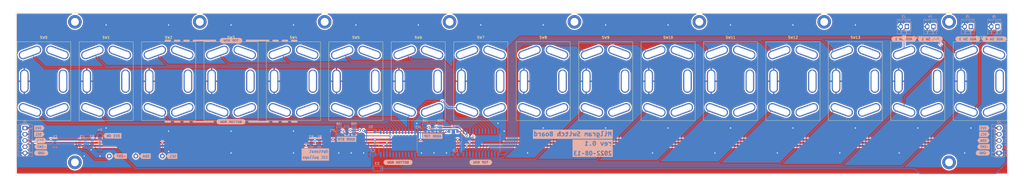
<source format=kicad_pcb>
(kicad_pcb (version 20211014) (generator pcbnew)
  (title_block (title "Switch Breakout Board") (date "2022-08-13") (rev "0.1") (comment 2 "I2C Switch Drivers") (comment 3 "Obedience project") (comment 4 "Drawn by: Jordan Aceto"))
  (layers (0 "F.Cu" signal) (31 "B.Cu" signal) (34 "B.Paste" user) (35 "F.Paste" user) (36 "B.SilkS" user "B.Silkscreen") (37 "F.SilkS" user "F.Silkscreen") (38 "B.Mask" user) (39 "F.Mask" user) (44 "Edge.Cuts" user))
  (net 0 "")
  (net 1 "+3.3V")
  (net 2 "GND")
  (net 3 "Net-(D1-Pad1)")
  (net 4 "Net-(D2-Pad1)")
  (net 5 "/~{INT THRU}")
  (net 6 "Net-(D4-Pad1)")
  (net 7 "/SCL")
  (net 8 "/SDA")
  (net 9 "/~{INT (OR)}")
  (net 10 "/SW_BTM_0")
  (net 11 "/SW_TOP_0")
  (net 12 "/SW_BTM_1")
  (net 13 "/SW_TOP_1")
  (net 14 "/SW_BTM_2")
  (net 15 "/SW_TOP_2")
  (net 16 "/SW_BTM_3")
  (net 17 "/SW_TOP_3")
  (net 18 "/SW_BTM_4")
  (net 19 "/SW_TOP_4")
  (net 20 "/SW_BTM_5")
  (net 21 "/SW_TOP_5")
  (net 22 "/SW_BTM_6")
  (net 23 "/SW_TOP_6")
  (net 24 "/SW_BTM_7")
  (net 25 "/SW_TOP_7")
  (net 26 "/SW_BTM_8")
  (net 27 "/SW_TOP_8")
  (net 28 "/SW_BTM_9")
  (net 29 "/SW_TOP_9")
  (net 30 "/SW_BTM_10")
  (net 31 "/SW_TOP_10")
  (net 32 "/SW_BTM_11")
  (net 33 "/SW_TOP_11")
  (net 34 "/SW_BTM_12")
  (net 35 "/SW_TOP_12")
  (net 36 "/SW_BTM_13")
  (net 37 "/SW_TOP_13")
  (net 39 "Net-(D1-Pad2)")
  (net 40 "/SW_BTM_14")
  (net 41 "/SW_TOP_14")
  (net 42 "/SW_BTM_15")
  (net 43 "/SW_TOP_15")
  (net 44 "/BTM_A0")
  (net 45 "/BTM_A1")
  (net 46 "/BTM_A2")
  (net 47 "/TOP_A0")
  (net 48 "/TOP_A1")
  (net 49 "/TOP_A2")
  (footprint "custom_footprints:orange_DPDT" (layer "F.Cu") (at 254 127)
    (fp_text reference "SW9")
    (fp_text value "SW_DPDT_CO")
  )
  (footprint "custom_footprints:orange_DPDT" (layer "F.Cu") (at 381 127)
    (fp_text reference "SW14")
    (fp_text value "SW_DPDT_CO")
  )
  (footprint "custom_footprints:orange_DPDT" (layer "F.Cu") (at 177.8 127)
    (fp_text reference "SW6")
    (fp_text value "SW_DPDT_CO")
  )
  (footprint "custom_footprints:orange_DPDT" (layer "F.Cu") (at 50.8 127)
    (fp_text reference "SW1")
    (fp_text value "SW_DPDT_CO")
  )
  (footprint "custom_footprints:orange_DPDT" (layer "F.Cu") (at 406.4 127)
    (fp_text reference "SW15")
    (fp_text value "SW_DPDT_CO")
  )
  (footprint "custom_footprints:orange_DPDT" (layer "F.Cu") (at 101.6 127)
    (fp_text reference "SW3")
    (fp_text value "SW_DPDT_CO")
  )
  (footprint "" (layer "F.Cu") (at 292.1 102.87)
    (fp_text reference "5" hide)
    (fp_text value "")
  )
  (footprint "MountingHole:MountingHole_3.2mm_M3_DIN965_Pad" (layer "F.Cu") (at 38.1 160.02)
    (fp_text reference "REF**" hide)
    (fp_text value "MountingHole_3.2mm_M3_DIN965_Pad")
  )
  (footprint "" (layer "F.Cu") (at 88.9 102.87)
    (fp_text reference "1" hide)
    (fp_text value "")
  )
  (footprint "" (layer "F.Cu") (at 38.1 102.87)
    (fp_text reference "")
    (fp_text value "")
  )
  (footprint "custom_footprints:orange_DPDT" (layer "F.Cu") (at 25.4 127)
    (fp_text reference "SW0")
    (fp_text value "SW_DPDT_CO")
  )
  (footprint "custom_footprints:orange_DPDT" (layer "F.Cu") (at 228.6 127)
    (fp_text reference "SW8")
    (fp_text value "SW_DPDT_CO")
  )
  (footprint "custom_footprints:orange_DPDT" (layer "F.Cu") (at 127 127)
    (fp_text reference "SW4")
    (fp_text value "SW_DPDT_CO")
  )
  (footprint "custom_footprints:orange_DPDT" (layer "F.Cu") (at 330.2 127)
    (fp_text reference "SW12")
    (fp_text value "SW_DPDT_CO")
  )
  (footprint "" (layer "F.Cu") (at 139.7 102.87)
    (fp_text reference "2" hide)
    (fp_text value "")
  )
  (footprint "custom_footprints:orange_DPDT" (layer "F.Cu") (at 279.4 127)
    (fp_text reference "SW10")
    (fp_text value "SW_DPDT_CO")
  )
  (footprint "custom_footprints:orange_DPDT" (layer "F.Cu") (at 152.4 127)
    (fp_text reference "SW5")
    (fp_text value "SW_DPDT_CO")
  )
  (footprint "custom_footprints:orange_DPDT" (layer "F.Cu") (at 304.8 127)
    (fp_text reference "SW11")
    (fp_text value "SW_DPDT_CO")
  )
  (footprint "custom_footprints:orange_DPDT" (layer "F.Cu") (at 203.2 127)
    (fp_text reference "SW7")
    (fp_text value "SW_DPDT_CO")
  )
  (footprint "" (layer "F.Cu") (at 342.9 102.87)
    (fp_text reference "6" hide)
    (fp_text value "")
  )
  (footprint "custom_footprints:orange_DPDT" (layer "F.Cu") (at 76.2 127)
    (fp_text reference "SW2")
    (fp_text value "SW_DPDT_CO")
  )
  (footprint "custom_footprints:orange_DPDT" (layer "F.Cu") (at 355.6 127)
    (fp_text reference "SW13")
    (fp_text value "SW_DPDT_CO")
  )
  (footprint "" (layer "F.Cu") (at 241.3 102.87)
    (fp_text reference "4" hide)
    (fp_text value "")
  )
  (footprint "" (layer "F.Cu") (at 393.7 102.87)
    (fp_text reference "7" hide)
    (fp_text value "")
  )
  (footprint "" (layer "F.Cu") (at 190.5 102.87)
    (fp_text reference "3" hide)
    (fp_text value "")
  )
  (footprint "" (layer "F.Cu") (at 393.7 160.02)
    (fp_text reference "")
    (fp_text value "")
  )
  (footprint "Connector_Molex:Molex_KK-254_AE-6410-02A_1x02_P2.54mm_Vertical" (layer "B.Cu") (at 402.59 104.795 180)
    (fp_text reference "J5")
    (fp_text value "aux_switch_3")
  )
  (footprint "kibuzzard-62E2A96C" (layer "B.Cu") (at 56.515 157.48 180)
    (fp_text reference "kibuzzard-62E2A96C" hide)
    (fp_text value "G***" hide)
  )
  (footprint "Connector_Molex:Molex_KK-254_AE-6410-05A_1x05_P2.54mm_Vertical" (layer "B.Cu") (at 17.78 146.05 -90)
    (fp_text reference "J1")
    (fp_text value "i2c_ctl_port")
  )
  (footprint "Resistor_SMD:R_0805_2012Metric" (layer "B.Cu") (at 134.239 151.892 -90)
    (fp_text reference "R2")
    (fp_text value "opt")
  )
  (footprint "TestPoint:TestPoint_Keystone_5000-5004_Miniature" (layer "B.Cu") (at 62.865 157.48 180)
    (fp_text reference "TP2" hide)
    (fp_text value "SDA")
  )
  (footprint "Capacitor_SMD:C_0805_2012Metric" (layer "B.Cu") (at 159.2326 156.845 180)
    (fp_text reference "C2")
    (fp_text value "100n")
  )
  (footprint "Package_SO:SOIC-24W_7.5x15.4mm_P1.27mm" (layer "B.Cu") (at 203.2 152.146 -90)
    (fp_text reference "U2")
    (fp_text value "PCA9555D")
  )
  (footprint "kibuzzard-62F7F1AD" (layer "B.Cu") (at 412.115 109.855 180)
    (fp_text reference "kibuzzard-62F7F1AD" hide)
    (fp_text value "G***" hide)
  )
  (footprint "kibuzzard-62F7F17D" (layer "B.Cu") (at 386.08 109.855 180)
    (fp_text reference "kibuzzard-62F7F17D" hide)
    (fp_text value "G***" hide)
  )
  (footprint "kibuzzard-62CDA3D5" (layer "B.Cu") (at 24.003 151.13 180)
    (fp_text reference "kibuzzard-62CDA3D5" hide)
    (fp_text value "G***" hide)
  )
  (footprint "Package_SO:SOIC-24W_7.5x15.4mm_P1.27mm" (layer "B.Cu") (at 169.4688 152.146 -90)
    (fp_text reference "U1")
    (fp_text value "PCA9555D")
  )
  (footprint "kibuzzard-62CDB376" (layer "B.Cu") (at 101.6 143.51 180)
    (fp_text reference "kibuzzard-62CDB376" hide)
    (fp_text value "G***" hide)
  )
  (footprint "LED_SMD:LED_0805_2012Metric" (layer "B.Cu") (at 48.26 149.1215 90)
    (fp_text reference "D4")
    (fp_text value "LED")
  )
  (footprint "kibuzzard-62CDB34A" (layer "B.Cu") (at 101.6 110.49 180)
    (fp_text reference "kibuzzard-62CDB34A" hide)
    (fp_text value "G***" hide)
  )
  (footprint "Connector_Molex:Molex_KK-254_AE-6410-02A_1x02_P2.54mm_Vertical" (layer "B.Cu") (at 387.35 104.795 180)
    (fp_text reference "J4")
    (fp_text value "aux_switch_2")
  )
  (footprint "Connector_Molex:Molex_KK-254_AE-6410-05A_1x05_P2.54mm_Vertical" (layer "B.Cu") (at 414.02 156.21 90)
    (fp_text reference "J2")
    (fp_text value "i2c_ctl_thru")
  )
  (footprint "Resistor_SMD:R_0805_2012Metric" (layer "B.Cu") (at 45.085 151.765 -90)
    (fp_text reference "R3")
    (fp_text value "10k")
  )
  (footprint "Diode_SMD:D_SOD-123" (layer "B.Cu") (at 161.036 162.56 180)
    (fp_text reference "D3")
    (fp_text value "1N4148W")
  )
  (footprint "Capacitor_SMD:C_0805_2012Metric" (layer "B.Cu") (at 192.8622 156.8704 180)
    (fp_text reference "C3")
    (fp_text value "100n")
  )
  (footprint "TestPoint:TestPoint_Keystone_5000-5004_Miniature" (layer "B.Cu") (at 52.07 157.48 180)
    (fp_text reference "TP3" hide)
    (fp_text value "~{INT}")
  )
  (footprint "kibuzzard-62CDA40B" (layer "B.Cu") (at 407.416 156.21 180)
    (fp_text reference "kibuzzard-62CDA40B" hide)
    (fp_text value "G***" hide)
  )
  (footprint "kibuzzard-62CDA3FA" (layer "B.Cu") (at 407.67 153.67 180)
    (fp_text reference "kibuzzard-62CDA3FA" hide)
    (fp_text value "G***" hide)
  )
  (footprint "kibuzzard-62F7F16A" (layer "B.Cu") (at 375.285 109.855 180)
    (fp_text reference "kibuzzard-62F7F16A" hide)
    (fp_text value "G***" hide)
  )
  (footprint "Package_TO_SOT_SMD:SOT-23-5" (layer "B.Cu") (at 41.148 151.9155 180)
    (fp_text reference "U3")
    (fp_text value "SN74LV1T34DBV")
  )
  (footprint "kibuzzard-62CDB476" (layer "B.Cu") (at 183.642 149.352 180)
    (fp_text reference "kibuzzard-62CDB476" hide)
    (fp_text value "G***" hide)
  )
  (footprint "Resistor_SMD:R_0805_2012Metric" (layer "B.Cu") (at 137.541 151.892 -90)
    (fp_text reference "R1")
    (fp_text value "opt")
  )
  (footprint "kibuzzard-62F7BFC3" (layer "B.Cu") (at 248.7168 154.2796 180)
    (fp_text reference "kibuzzard-62F7BFC3" hide)
    (fp_text value "G***" hide)
  )
  (footprint "Capacitor_SMD:C_0805_2012Metric" (layer "B.Cu") (at 29.972 151.892 -90)
    (fp_text reference "C1")
    (fp_text value "10u")
  )
  (footprint "Diode_SMD:D_SOD-123" (layer "B.Cu") (at 192.024 147.447 180)
    (fp_text reference "D2")
    (fp_text value "1N4148W")
  )
  (footprint "custom_footprints:I2C_addr_jumper" (layer "B.Cu") (at 148.59 147.066 180)
    (fp_text reference "JP1")
    (fp_text value "I2C_addr_jumper")
  )
  (footprint "kibuzzard-62CDB34A" (layer "B.Cu") (at 203.2 160.02 180)
    (fp_text reference "kibuzzard-62CDB34A" hide)
    (fp_text value "G***" hide)
  )
  (footprint "kibuzzard-62E2A98A" (layer "B.Cu") (at 66.675 157.48 180)
    (fp_text reference "kibuzzard-62E2A98A" hide)
    (fp_text value "G***" hide)
  )
  (footprint "kibuzzard-62CDA3C3" (layer "B.Cu") (at 23.622 148.59 180)
    (fp_text reference "kibuzzard-62CDA3C3" hide)
    (fp_text value "G***" hide)
  )
  (footprint "TestPoint:TestPoint_Keystone_5000-5004_Miniature" (layer "B.Cu") (at 73.66 157.48 180)
    (fp_text reference "TP1" hide)
    (fp_text value "SCL")
  )
  (footprint "kibuzzard-62F7F1A0" (layer "B.Cu") (at 401.32 109.855 180)
    (fp_text reference "kibuzzard-62F7F1A0" hide)
    (fp_text value "G***" hide)
  )
  (footprint "kibuzzard-62E2A810" (layer "B.Cu") (at 135.89 156.845 180)
    (fp_text reference "kibuzzard-62E2A810" hide)
    (fp_text value "G***" hide)
  )
  (footprint "kibuzzard-62CDA3C3" (layer "B.Cu") (at 408.051 148.59 180)
    (fp_text reference "kibuzzard-62CDA3C3" hide)
    (fp_text value "G***" hide)
  )
  (footprint "Resistor_SMD:R_0805_2012Metric" (layer "B.Cu") (at 48.26 154.2015 -90)
    (fp_text reference "R4")
    (fp_text value "3k3")
  )
  (footprint "kibuzzard-62D2CEAF" (layer "B.Cu") (at 240.665 148.59 180)
    (fp_text reference "kibuzzard-62D2CEAF" hide)
    (fp_text value "G***" hide)
  )
  (footprint "kibuzzard-62E2AEDB" (layer "B.Cu") (at 53.34 149.225 180)
    (fp_text reference "kibuzzard-62E2AEDB" hide)
    (fp_text value "G***" hide)
  )
  (footprint "custom_footprints:I2C_addr_jumper" (layer "B.Cu") (at 183.642 145.796 180)
    (fp_text reference "JP2")
    (fp_text value "I2C_addr_jumper")
  )
  (footprint "kibuzzard-62CDB49B" (layer "B.Cu") (at 148.59 150.622 180)
    (fp_text reference "kibuzzard-62CDB49B" hide)
    (fp_text value "G***" hide)
  )
  (footprint "kibuzzard-62CDB376" (layer "B.Cu") (at 169.545 160.02 180)
    (fp_text reference "kibuzzard-62CDB376" hide)
    (fp_text value "G***" hide)
  )
  (footprint "Connector_Molex:Molex_KK-254_AE-6410-02A_1x02_P2.54mm_Vertical" (layer "B.Cu") (at 413.385 104.795 180)
    (fp_text reference "J6")
    (fp_text value "aux_switch_4")
  )
  (footprint "kibuzzard-62CDA3AF" (layer "B.Cu") (at 23.622 146.05 180)
    (fp_text reference "kibuzzard-62CDA3AF" hide)
    (fp_text value "G***" hide)
  )
  (footprint "Connector_Molex:Molex_KK-254_AE-6410-02A_1x02_P2.54mm_Vertical" (layer "B.Cu") (at 376.555 104.795 180)
    (fp_text reference "J3")
    (fp_text value "aux_switch_1")
  )
  (footprint "kibuzzard-62CDA40B" (layer "B.Cu") (at 24.384 156.21 180)
    (fp_text reference "kibuzzard-62CDA40B" hide)
    (fp_text value "G***" hide)
  )
  (footprint "Diode_SMD:D_SOD-123" (layer "B.Cu") (at 158.37 147.574 180)
    (fp_text reference "D1")
    (fp_text value "1N4148W")
  )
  (footprint "kibuzzard-62CDA3D5" (layer "B.Cu") (at 407.67 151.13 180)
    (fp_text reference "kibuzzard-62CDA3D5" hide)
    (fp_text value "G***" hide)
  )
  (footprint "kibuzzard-62CDA3AF" (layer "B.Cu") (at 408.051 146.05 180)
    (fp_text reference "kibuzzard-62CDA3AF" hide)
    (fp_text value "G***" hide)
  )
  (footprint "kibuzzard-62E2A97A" (layer "B.Cu") (at 77.47 157.48 180)
    (fp_text reference "kibuzzard-62E2A97A" hide)
    (fp_text value "G***" hide)
  )
  (footprint "kibuzzard-62CDA3FA" (layer "B.Cu") (at 24.13 153.67 180)
    (fp_text reference "kibuzzard-62CDA3FA" hide)
    (fp_text value "G***" hide)
  )
  (gr_line (start 122.555 110.49) (end 124.46 110.49) (layer "B.SilkS") (width 0.75))
  (gr_line (start 76.835 110.49) (end 74.93 110.49) (layer "B.SilkS") (width 0.75))
  (gr_line (start 108.966 143.51) (end 116.84 143.51) (layer "B.SilkS") (width 0.75))
  (gr_line (start 94.234 143.51) (end 86.36 143.51) (layer "B.SilkS") (width 0.75))
  (gr_line (start 126.365 110.49) (end 128.27 110.49) (layer "B.SilkS") (width 0.75))
  (gr_line (start 107.95 110.49) (end 116.84 110.49) (layer "B.SilkS") (width 0.75))
  (gr_line (start 95.25 110.49) (end 86.36 110.49) (layer "B.SilkS") (width 0.75))
  (gr_line (start 76.835 143.51) (end 74.93 143.51) (layer "B.SilkS") (width 0.75))
  (gr_line (start 80.645 143.51) (end 78.74 143.51) (layer "B.SilkS") (width 0.75))
  (gr_line (start 84.455 143.51) (end 82.55 143.51) (layer "B.SilkS") (width 0.75))
  (gr_line (start 80.645 110.49) (end 78.74 110.49) (layer "B.SilkS") (width 0.75))
  (gr_line (start 118.745 143.51) (end 120.65 143.51) (layer "B.SilkS") (width 0.75))
  (gr_line (start 84.455 110.49) (end 82.55 110.49) (layer "B.SilkS") (width 0.75))
  (gr_line (start 122.555 143.51) (end 124.46 143.51) (layer "B.SilkS") (width 0.75))
  (gr_line (start 126.365 143.51) (end 128.27 143.51) (layer "B.SilkS") (width 0.75))
  (gr_line (start 118.745 110.49) (end 120.65 110.49) (layer "B.SilkS") (width 0.75))
  (gr_line (start 417.83 165.1) (end 417.83 99.06) (layer "Edge.Cuts") (width 0.1))
  (gr_line (start 13.97 99.06) (end 13.97 165.1) (layer "Edge.Cuts") (width 0.1))
  (gr_line (start 13.97 165.1) (end 417.83 165.1) (layer "Edge.Cuts") (width 0.1))
  (gr_line (start 417.83 99.06) (end 13.97 99.06) (layer "Edge.Cuts") (width 0.1))
  (segment (start 17.78 146.05) (end 19.558 146.05) (width 0.8) (layer "F.Cu") (net 1))
  (segment (start 24.2824 150.7744) (end 28.2956 150.7744) (width 0.8) (layer "F.Cu") (net 1))
  (segment (start 178.7144 150.7744) (end 193.7766 150.7744) (width 0.8) (layer "F.Cu") (net 1))
  (segment (start 411.988 146.05) (end 414.02 146.05) (width 0.8) (layer "F.Cu") (net 1))
  (segment (start 193.814901 150.812701) (end 407.225299 150.812701) (width 0.8) (layer "F.Cu") (net 1))
  (segment (start 19.558 146.05) (end 24.2824 150.7744) (width 0.8) (layer "F.Cu") (net 1))
  (segment (start 143.0528 150.7744) (end 160.0962 150.7744) (width 0.8) (layer "F.Cu") (net 1))
  (segment (start 193.7766 150.7744) (end 193.814901 150.812701) (width 0.8) (layer "F.Cu") (net 1))
  (segment (start 407.225299 150.812701) (end 411.988 146.05) (width 0.8) (layer "F.Cu") (net 1))
  (segment (start 28.2956 150.7744) (end 143.0528 150.7744) (width 0.8) (layer "F.Cu") (net 1))
  (segment (start 160.0962 150.7744) (end 178.7144 150.7744) (width 0.8) (layer "F.Cu") (net 1))
  (via (at 178.7144 150.7744) (size 1) (drill 0.5) (layers "F.Cu" "B.Cu") (net 1))
  (via (at 135.7376 150.7744) (size 1) (drill 0.5) (layers "F.Cu" "B.Cu") (net 1))
  (via (at 160.0962 150.7744) (size 1) (drill 0.5) (layers "F.Cu" "B.Cu") (net 1))
  (via (at 143.0528 150.7744) (size 1) (drill 0.5) (layers "F.Cu" "B.Cu") (net 1))
  (via (at 28.2956 150.7744) (size 1) (drill 0.5) (layers "F.Cu" "B.Cu") (net 1))
  (via (at 193.7766 150.7744) (size 1) (drill 0.5) (layers "F.Cu" "B.Cu") (net 1))
  (segment (start 162.4348 156.845) (end 162.4838 156.796) (width 0.3) (layer "B.Cu") (net 1))
  (segment (start 134.239 150.9795) (end 135.5325 150.9795) (width 0.3) (layer "B.Cu") (net 1))
  (segment (start 135.5325 150.9795) (end 135.7376 150.7744) (width 0.3) (layer "B.Cu") (net 1))
  (segment (start 30.0095 150.9795) (end 39.9965 150.9795) (width 0.3) (layer "B.Cu") (net 1))
  (segment (start 45.085 150.8525) (end 45.5915 150.8525) (width 0.3) (layer "B.Cu") (net 1))
  (segment (start 180.594 144.399) (end 179.544 144.399) (width 0.3) (layer "B.Cu") (net 1))
  (segment (start 160.1826 156.845) (end 160.1826 150.8608) (width 0.3) (layer "B.Cu") (net 1))
  (segment (start 40.8385 150.1375) (end 44.37 150.1375) (width 0.3) (layer "B.Cu") (net 1))
  (segment (start 144.492 145.766) (end 143.0528 147.2052) (width 0.3) (layer "B.Cu") (net 1))
  (segment (start 178.7144 145.2286) (end 178.7144 150.7744) (width 0.3) (layer "B.Cu") (net 1))
  (segment (start 30.0095 150.9795) (end 29.972 150.942) (width 0.3) (layer "B.Cu") (net 1))
  (segment (start 186.69 144.399) (end 183.642 144.399) (width 0.3) (layer "B.Cu") (net 1))
  (segment (start 148.59 145.766) (end 145.542 145.766) (width 0.3) (layer "B.Cu") (net 1))
  (segment (start 137.541 150.9795) (end 134.239 150.9795) (width 0.3) (layer "B.Cu") (net 1))
  (segment (start 193.8122 156.8704) (end 196.1406 156.8704) (width 0.3) (layer "B.Cu") (net 1))
  (segment (start 145.542 145.766) (end 144.492 145.766) (width 0.3) (layer "B.Cu") (net 1))
  (segment (start 151.638 145.766) (end 148.59 145.766) (width 0.3) (layer "B.Cu") (net 1))
  (segment (start 39.9965 150.9795) (end 40.0105 150.9655) (width 0.3) (layer "B.Cu") (net 1))
  (segment (start 179.544 144.399) (end 178.7144 145.2286) (width 0.3) (layer "B.Cu") (net 1))
  (segment (start 29.972 150.942) (end 28.4632 150.942) (width 0.5) (layer "B.Cu") (net 1))
  (segment (start 143.0528 147.2052) (end 143.0528 150.7744) (width 0.3) (layer "B.Cu") (net 1))
  (segment (start 160.1826 150.8608) (end 160.0962 150.7744) (width 0.3) (layer "B.Cu") (net 1))
  (segment (start 183.642 144.399) (end 180.594 144.399) (width 0.3) (layer "B.Cu") (net 1))
  (segment (start 193.8122 150.81) (end 193.7766 150.7744) (width 0.3) (layer "B.Cu") (net 1))
  (segment (start 160.1826 156.845) (end 162.4348 156.845) (width 0.3) (layer "B.Cu") (net 1))
  (segment (start 28.4632 150.942) (end 28.2956 150.7744) (width 0.5) (layer "B.Cu") (net 1))
  (segment (start 40.0105 150.9655) (end 40.8385 150.1375) (width 0.3) (layer "B.Cu") (net 1))
  (segment (start 196.1406 156.8704) (end 196.215 156.796) (width 0.3) (layer "B.Cu") (net 1))
  (segment (start 193.8122 156.8704) (end 193.8122 150.81) (width 0.3) (layer "B.Cu") (net 1))
  (segment (start 44.37 150.1375) (end 45.085 150.8525) (width 0.3) (layer "B.Cu") (net 1))
  (segment (start 45.5915 150.8525) (end 48.26 148.184) (width 0.3) (layer "B.Cu") (net 1))
  (via (at 273.05 156.21) (size 1) (drill 0.5) (layers "F.Cu" "B.Cu") (net 2))
  (via (at 44.704 154.94) (size 1) (drill 0.5) (layers "F.Cu" "B.Cu") (net 2))
  (via (at 222.25 156.21) (size 1) (drill 0.5) (layers "F.Cu" "B.Cu") (net 2))
  (via (at 400.05 156.21) (size 1) (drill 0.5) (layers "F.Cu" "B.Cu") (net 2))
  (via (at 127 104.14) (size 1) (drill 0.5) (layers "F.Cu" "B.Cu") (net 2))
  (via (at 41.91 157.48) (size 1) (drill 0.5) (layers "F.Cu" "B.Cu") (net 2))
  (via (at 101.6 104.14) (size 1) (drill 0.5) (layers "F.Cu" "B.Cu") (net 2))
  (via (at 189.23 156.21) (size 1) (drill 0.5) (layers "F.Cu" "B.Cu") (net 2))
  (via (at 254 104.14) (size 1) (drill 0.5) (layers "F.Cu" "B.Cu") (net 2))
  (via (at 349.25 156.21) (size 1) (drill 0.5) (layers "F.Cu" "B.Cu") (net 2))
  (via (at 381 146.05) (size 1) (drill 0.5) (layers "F.Cu" "B.Cu") (net 2))
  (via (at 228.6 146.05) (size 1) (drill 0.5) (layers "F.Cu" "B.Cu") (net 2))
  (via (at 228.6 104.14) (size 1) (drill 0.5) (layers "F.Cu" "B.Cu") (net 2))
  (via (at 254 146.05) (size 1) (drill 0.5) (layers "F.Cu" "B.Cu") (net 2))
  (via (at 179.07 156.21) (size 1) (drill 0.5) (layers "F.Cu" "B.Cu") (net 2))
  (via (at 50.8 104.14) (size 1) (drill 0.5) (layers "F.Cu" "B.Cu") (net 2))
  (via (at 76.2 155.575) (size 1) (drill 0.5) (layers "F.Cu" "B.Cu") (net 2))
  (via (at 50.8 146.05) (size 1) (drill 0.5) (layers "F.Cu" "B.Cu") (net 2))
  (via (at 402.59 146.05) (size 1) (drill 0.5) (layers "F.Cu" "B.Cu") (net 2))
  (via (at 177.8 104.14) (size 1) (drill 0.5) (layers "F.Cu" "B.Cu") (net 2))
  (via (at 355.6 104.14) (size 1) (drill 0.5) (layers "F.Cu" "B.Cu") (net 2))
  (via (at 203.2 104.14) (size 1) (drill 0.5) (layers "F.Cu" "B.Cu") (net 2))
  (via (at 155.575 156.21) (size 1) (drill 0.5) (layers "F.Cu" "B.Cu") (net 2))
  (via (at 177.165 144.145) (size 1) (drill 0.5) (layers "F.Cu" "B.Cu") (net 2))
  (via (at 298.45 156.21) (size 1) (drill 0.5) (layers "F.Cu" "B.Cu") (net 2))
  (via (at 76.2 147.32) (size 1) (drill 0.5) (layers "F.Cu" "B.Cu") (net 2))
  (via (at 210.185 144.145) (size 1) (drill 0.5) (layers "F.Cu" "B.Cu") (net 2))
  (via (at 330.2 104.14) (size 1) (drill 0.5) (layers "F.Cu" "B.Cu") (net 2))
  (via (at 373.38 156.21) (size 1) (drill 0.5) (layers "F.Cu" "B.Cu") (net 2))
  (via (at 304.8 146.05) (size 1) (drill 0.5) (layers "F.Cu" "B.Cu") (net 2))
  (via (at 127 156.21) (size 1) (drill 0.5) (layers "F.Cu" "B.Cu") (net 2))
  (via (at 76.2 104.14) (size 1) (drill 0.5) (layers "F.Cu" "B.Cu") (net 2))
  (via (at 330.2 146.05) (size 1) (drill 0.5) (layers "F.Cu" "B.Cu") (net 2))
  (via (at 101.6 147.32) (size 1) (drill 0.5) (layers "F.Cu" "B.Cu") (net 2))
  (via (at 152.4 104.14) (size 1) (drill 0.5) (layers "F.Cu" "B.Cu") (net 2))
  (via (at 184.15 156.21) (size 1) (drill 0.5) (layers "F.Cu" "B.Cu") (net 2))
  (via (at 212.725 147.32) (size 1) (drill 0.5) (layers "F.Cu" "B.Cu") (net 2))
  (via (at 304.8 104.14) (size 1) (drill 0.5) (layers "F.Cu" "B.Cu") (net 2))
  (via (at 150.495 156.21) (size 1) (drill 0.5) (layers "F.Cu" "B.Cu") (net 2))
  (via (at 48.2854 157.48) (size 1) (drill 0.5) (layers "F.Cu" "B.Cu") (net 2))
  (via (at 355.6 146.05) (size 1) (drill 0.5) (layers "F.Cu" "B.Cu") (net 2))
  (via (at 279.4 104.14) (size 1) (drill 0.5) (layers "F.Cu" "B.Cu") (net 2))
  (via (at 323.85 156.21) (size 1) (drill 0.5) (layers "F.Cu" "B.Cu") (net 2))
  (via (at 279.4 146.05) (size 1) (drill 0.5) (layers "F.Cu" "B.Cu") (net 2))
  (via (at 101.6 156.21) (size 1) (drill 0.5) (layers "F.Cu" "B.Cu") (net 2))
  (via (at 145.415 156.21) (size 1) (drill 0.5) (layers "F.Cu" "B.Cu") (net 2))
  (via (at 127 147.32) (size 1) (drill 0.5) (layers "F.Cu" "B.Cu") (net 2))
  (segment (start 160.02 147.574) (end 162.4058 147.574) (width 0.3) (layer "B.Cu") (net 3))
  (segment (start 162.4058 147.574) (end 162.4838 147.496) (width 0.3) (layer "B.Cu") (net 3))
  (segment (start 193.674 147.447) (end 196.166 147.447) (width 0.3) (layer "B.Cu") (net 4))
  (segment (start 196.166 147.447) (end 196.215 147.496) (width 0.3) (layer "B.Cu") (net 4))
  (segment (start 415.798 153.67) (end 414.02 153.67) (width 0.3) (layer "B.Cu") (net 5))
  (segment (start 162.686 162.56) (end 379.73 162.56) (width 0.3) (layer "B.Cu") (net 5))
  (segment (start 379.73 162.56) (end 381.762 164.592) (width 0.3) (layer "B.Cu") (net 5))
  (segment (start 417.195 155.067) (end 415.798 153.67) (width 0.3) (layer "B.Cu") (net 5))
  (segment (start 412.75 164.592) (end 417.195 160.147) (width 0.3) (layer "B.Cu") (net 5))
  (segment (start 417.195 160.147) (end 417.195 155.067) (width 0.3) (layer "B.Cu") (net 5))
  (segment (start 381.762 164.592) (end 412.75 164.592) (width 0.3) (layer "B.Cu") (net 5))
  (segment (start 48.26 153.289) (end 48.26 150.059) (width 0.3) (layer "B.Cu") (net 6))
  (segment (start 19.558 148.59) (end 23.021301 152.053301) (width 0.8) (layer "F.Cu") (net 7))
  (segment (start 17.78 148.59) (end 19.558 148.59) (width 0.8) (layer "F.Cu") (net 7))
  (segment (start 23.021301 152.053301) (end 164.964099 152.053301) (width 0.8) (layer "F.Cu") (net 7))
  (segment (start 408.524699 152.053301) (end 411.988 148.59) (width 0.8) (layer "F.Cu") (net 7))
  (segment (start 164.964099 152.053301) (end 198.695299 152.053301) (width 0.8) (layer "F.Cu") (net 7))
  (segment (start 411.988 148.59) (end 414.02 148.59) (width 0.8) (layer "F.Cu") (net 7))
  (segment (start 198.695299 152.053301) (end 408.524699 152.053301) (width 0.8) (layer "F.Cu") (net 7))
  (via (at 198.695299 152.053301) (size 1) (drill 0.5) (layers "F.Cu" "B.Cu") (net 7))
  (via (at 164.964099 152.053301) (size 1) (drill 0.5) (layers "F.Cu" "B.Cu") (net 7))
  (via (at 73.66 152.0698) (size 1) (drill 0.5) (layers "F.Cu" "B.Cu") (net 7))
  (via (at 135.89 152.0444) (size 1) (drill 0.5) (layers "F.Cu" "B.Cu") (net 7))
  (segment (start 165.0238 156.796) (end 165.0238 152.113002) (width 0.3) (layer "B.Cu") (net 7))
  (segment (start 165.0238 152.113002) (end 164.964099 152.053301) (width 0.3) (layer "B.Cu") (net 7))
  (segment (start 198.755 156.796) (end 198.755 152.113002) (width 0.3) (layer "B.Cu") (net 7))
  (segment (start 137.541 152.8045) (end 136.6501 152.8045) (width 0.3) (layer "B.Cu") (net 7))
  (segment (start 136.6501 152.8045) (end 135.89 152.0444) (width 0.3) (layer "B.Cu") (net 7))
  (segment (start 198.755 152.113002) (end 198.695299 152.053301) (width 0.3) (layer "B.Cu") (net 7))
  (segment (start 73.66 157.48) (end 73.66 152.0698) (width 0.3) (layer "B.Cu") (net 7))
  (segment (start 163.7538 153.289) (end 163.7284 153.2636) (width 0.8) (layer "F.Cu") (net 8))
  (segment (start 197.485 153.289) (end 409.608016 153.289) (width 0.8) (layer "F.Cu") (net 8))
  (segment (start 17.78 151.13) (end 19.5834 151.13) (width 0.8) (layer "F.Cu") (net 8))
  (segment (start 163.7284 153.2636) (end 62.8904 153.2636) (width 0.8) (layer "F.Cu") (net 8))
  (segment (start 62.865 153.289) (end 62.8904 153.2636) (width 0.3) (layer "F.Cu") (net 8))
  (segment (start 409.608016 153.289) (end 411.767016 151.13) (width 0.8) (layer "F.Cu") (net 8))
  (segment (start 197.485 153.289) (end 163.7538 153.289) (width 0.8) (layer "F.Cu") (net 8))
  (segment (start 19.5834 151.13) (end 21.717 153.2636) (width 0.8) (layer "F.Cu") (net 8))
  (segment (start 62.865 157.48) (end 62.865 153.289) (width 0.3) (layer "F.Cu") (net 8))
  (segment (start 21.717 153.2636) (end 62.8904 153.2636) (width 0.8) (layer "F.Cu") (net 8))
  (segment (start 411.767016 151.13) (end 414.02 151.13) (width 0.8) (layer "F.Cu") (net 8))
  (via (at 132.1308 153.2636) (size 1) (drill 0.5) (layers "F.Cu" "B.Cu") (net 8))
  (via (at 163.7284 153.2636) (size 1) (drill 0.5) (layers "F.Cu" "B.Cu") (net 8))
  (via (at 197.485 153.289) (size 1) (drill 0.5) (layers "F.Cu" "B.Cu") (net 8))
  (segment (start 163.7538 156.796) (end 163.7538 153.289) (width 0.3) (layer "B.Cu") (net 8))
  (segment (start 163.7538 153.289) (end 163.7284 153.2636) (width 0.3) (layer "B.Cu") (net 8))
  (segment (start 197.485 156.796) (end 197.485 153.289) (width 0.3) (layer "B.Cu") (net 8))
  (segment (start 134.239 152.8045) (end 132.5899 152.8045) (width 0.3) (layer "B.Cu") (net 8))
  (segment (start 132.5899 152.8045) (end 132.1308 153.2636) (width 0.3) (layer "B.Cu") (net 8))
  (segment (start 41.402 155.194) (end 40.0105 153.8025) (width 0.3) (layer "B.Cu") (net 9))
  (segment (start 38.8195 152.8655) (end 37.846 151.892) (width 0.3) (layer "B.Cu") (net 9))
  (segment (start 46.228 158.75) (end 42.672 155.194) (width 0.3) (layer "B.Cu") (net 9))
  (segment (start 42.672 155.194) (end 41.402 155.194) (width 0.3) (layer "B.Cu") (net 9))
  (segment (start 40.0105 152.8655) (end 38.8195 152.8655) (width 0.3) (layer "B.Cu") (net 9))
  (segment (start 50.8 158.75) (end 46.228 158.75) (width 0.3) (layer "B.Cu") (net 9))
  (segment (start 52.07 157.48) (end 50.8 158.75) (width 0.3) (layer "B.Cu") (net 9))
  (segment (start 40.0105 153.8025) (end 40.0105 152.8655) (width 0.3) (layer "B.Cu") (net 9))
  (segment (start 19.558 151.892) (end 17.78 153.67) (width 0.3) (layer "B.Cu") (net 9))
  (segment (start 37.846 151.892) (end 19.558 151.892) (width 0.3) (layer "B.Cu") (net 9))
  (segment (start 164.39711 144.33111) (end 26.85611 144.33111) (width 0.3) (layer "B.Cu") (net 10))
  (segment (start 26.85611 144.33111) (end 21.525 139) (width 0.3) (layer "B.Cu") (net 10))
  (segment (start 166.2938 146.2278) (end 164.39711 144.33111) (width 0.3) (layer "B.Cu") (net 10))
  (segment (start 166.2938 147.496) (end 166.2938 146.2278) (width 0.3) (layer "B.Cu") (net 10))
  (segment (start 21.525 139) (end 19.4 139) (width 0.3) (layer "B.Cu") (net 10))
  (segment (start 192.294707 145.482504) (end 191.897004 145.0848) (width 0.3) (layer "B.Cu") (net 11))
  (segment (start 200.025 146.304) (end 199.203507 145.482507) (width 0.3) (layer "B.Cu") (net 11))
  (segment (start 188.462917 141.650717) (end 188.462917 123.359329) (width 0.3) (layer "B.Cu") (net 11))
  (segment (start 186.642588 121.539) (end 25.939 121.539) (width 0.3) (layer "B.Cu") (net 11))
  (segment (start 191.897 145.0848) (end 188.462917 141.650717) (width 0.3) (layer "B.Cu") (net 11))
  (segment (start 199.203507 145.482507) (end 192.294707 145.482504) (width 0.3) (layer "B.Cu") (net 11))
  (segment (start 188.462917 123.359329) (end 186.642588 121.539) (width 0.3) (layer "B.Cu") (net 11))
  (segment (start 191.897004 145.0848) (end 191.897 145.0848) (width 0.3) (layer "B.Cu") (net 11))
  (segment (start 200.025 147.496) (end 200.025 146.304) (width 0.3) (layer "B.Cu") (net 11))
  (segment (start 25.939 121.539) (end 19.4 115) (width 0.3) (layer "B.Cu") (net 11))
  (segment (start 167.5638 147.496) (end 167.5638 146.2532) (width 0.3) (layer "B.Cu") (net 12))
  (segment (start 167.5638 146.2532) (end 165.142206 143.831606) (width 0.3) (layer "B.Cu") (net 12))
  (segment (start 165.142206 143.831606) (end 51.756606 143.831606) (width 0.3) (layer "B.Cu") (net 12))
  (segment (start 46.925 139) (end 44.8 139) (width 0.3) (layer "B.Cu") (net 12))
  (segment (start 51.756606 143.831606) (end 46.925 139) (width 0.3) (layer "B.Cu") (net 12))
  (segment (start 199.069928 144.983006) (end 199.069926 144.983004) (width 0.3) (layer "B.Cu") (net 13))
  (segment (start 199.069926 144.983004) (end 192.501608 144.983004) (width 0.3) (layer "B.Cu") (net 13))
  (segment (start 201.295 146.4056) (end 199.872406 144.983006) (width 0.3) (layer "B.Cu") (net 13))
  (segment (start 192.501608 144.983004) (end 189.003058 141.484453) (width 0.3) (layer "B.Cu") (net 13))
  (segment (start 50.839499 121.039499) (end 44.8 115) (width 0.3) (layer "B.Cu") (net 13))
  (segment (start 189.003058 123.19307) (end 186.849488 121.039499) (width 0.3) (layer "B.Cu") (net 13))
  (segment (start 189.003058 141.484453) (end 189.003058 123.19307) (width 0.3) (layer "B.Cu") (net 13))
  (segment (start 201.295 147.496) (end 201.295 146.4056) (width 0.3) (layer "B.Cu") (net 13))
  (segment (start 186.849488 121.039499) (end 50.839499 121.039499) (width 0.3) (layer "B.Cu") (net 13))
  (segment (start 199.872406 144.983006) (end 199.069928 144.983006) (width 0.3) (layer "B.Cu") (net 13))
  (segment (start 72.325 139) (end 70.2 139) (width 0.3) (layer "B.Cu") (net 14))
  (segment (start 168.8338 146.2532) (end 165.912703 143.332103) (width 0.3) (layer "B.Cu") (net 14))
  (segment (start 76.657103 143.332103) (end 72.325 139) (width 0.3) (layer "B.Cu") (net 14))
  (segment (start 168.8338 147.496) (end 168.8338 146.2532) (width 0.3) (layer "B.Cu") (net 14))
  (segment (start 165.912703 143.332103) (end 76.657103 143.332103) (width 0.3) (layer "B.Cu") (net 14))
  (segment (start 200.104431 144.483505) (end 199.276828 144.483505) (width 0.3) (layer "B.Cu") (net 15))
  (segment (start 200.104434 144.483503) (end 200.104431 144.483505) (width 0.3) (layer "B.Cu") (net 15))
  (segment (start 192.708509 144.483503) (end 189.543198 141.318192) (width 0.3) (layer "B.Cu") (net 15))
  (segment (start 202.565 146.431) (end 200.617503 144.483503) (width 0.3) (layer "B.Cu") (net 15))
  (segment (start 189.543198 141.318192) (end 189.543198 123.026808) (width 0.3) (layer "B.Cu") (net 15))
  (segment (start 202.565 147.496) (end 202.565 146.431) (width 0.3) (layer "B.Cu") (net 15))
  (segment (start 187.056388 120.539998) (end 75.739998 120.539998) (width 0.3) (layer "B.Cu") (net 15))
  (segment (start 200.617503 144.483503) (end 200.104434 144.483503) (width 0.3) (layer "B.Cu") (net 15))
  (segment (start 75.739998 120.539998) (end 70.2 115) (width 0.3) (layer "B.Cu") (net 15))
  (segment (start 189.543198 123.026808) (end 187.056388 120.539998) (width 0.3) (layer "B.Cu") (net 15))
  (segment (start 199.276828 144.483505) (end 199.276826 144.483503) (width 0.3) (layer "B.Cu") (net 15))
  (segment (start 199.276826 144.483503) (end 192.708509 144.483503) (width 0.3) (layer "B.Cu") (net 15))
  (segment (start 166.708602 142.832602) (end 101.938602 142.832602) (width 0.3) (layer "B.Cu") (net 16))
  (segment (start 101.938602 142.832602) (end 98.106 139) (width 0.3) (layer "B.Cu") (net 16))
  (segment (start 170.1038 147.496) (end 170.1038 146.2278) (width 0.3) (layer "B.Cu") (net 16))
  (segment (start 170.1038 146.2278) (end 166.708602 142.832602) (width 0.3) (layer "B.Cu") (net 16))
  (segment (start 98.106 139) (end 95.6 139) (width 0.3) (layer "B.Cu") (net 16))
  (segment (start 203.835 146.3548) (end 201.464202 143.984002) (width 0.3) (layer "B.Cu") (net 17))
  (segment (start 199.897531 143.984004) (end 199.483729 143.984004) (width 0.3) (layer "B.Cu") (net 17))
  (segment (start 100.640497 120.040497) (end 95.6 115) (width 0.3) (layer "B.Cu") (net 17))
  (segment (start 190.08334 141.151932) (end 190.08334 122.86055) (width 0.3) (layer "B.Cu") (net 17))
  (segment (start 199.897533 143.984002) (end 199.897531 143.984004) (width 0.3) (layer "B.Cu") (net 17))
  (segment (start 203.835 147.496) (end 203.835 146.3548) (width 0.3) (layer "B.Cu") (net 17))
  (segment (start 190.08334 122.86055) (end 187.263288 120.040497) (width 0.3) (layer "B.Cu") (net 17))
  (segment (start 199.483729 143.984004) (end 199.483726 143.984002) (width 0.3) (layer "B.Cu") (net 17))
  (segment (start 187.263288 120.040497) (end 100.640497 120.040497) (width 0.3) (layer "B.Cu") (net 17))
  (segment (start 199.483726 143.984002) (end 192.91541 143.984002) (width 0.3) (layer "B.Cu") (net 17))
  (segment (start 201.464202 143.984002) (end 199.897533 143.984002) (width 0.3) (layer "B.Cu") (net 17))
  (segment (start 192.91541 143.984002) (end 190.08334 141.151932) (width 0.3) (layer "B.Cu") (net 17))
  (segment (start 167.504501 142.333101) (end 126.902601 142.333101) (width 0.3) (layer "B.Cu") (net 18))
  (segment (start 171.3738 146.2024) (end 167.504501 142.333101) (width 0.3) (layer "B.Cu") (net 18))
  (segment (start 126.902601 142.333101) (end 123.5695 139) (width 0.3) (layer "B.Cu") (net 18))
  (segment (start 123.5695 139) (end 121 139) (width 0.3) (layer "B.Cu") (net 18))
  (segment (start 171.3738 147.496) (end 171.3738 146.2024) (width 0.3) (layer "B.Cu") (net 18))
  (segment (start 190.623482 122.69429) (end 187.470188 119.540996) (width 0.3) (layer "B.Cu") (net 19))
  (segment (start 205.105 147.496) (end 205.105 146.3294) (width 0.3) (layer "B.Cu") (net 19))
  (segment (start 187.470188 119.540996) (end 125.540996 119.540996) (width 0.3) (layer "B.Cu") (net 19))
  (segment (start 205.105 146.3294) (end 202.260095 143.484495) (width 0.3) (layer "B.Cu") (net 19))
  (segment (start 125.540996 119.540996) (end 121 115) (width 0.3) (layer "B.Cu") (net 19))
  (segment (start 190.623482 140.985672) (end 190.623482 122.69429) (width 0.3) (layer "B.Cu") (net 19))
  (segment (start 193.122304 143.484495) (end 190.623482 140.985672) (width 0.3) (layer "B.Cu") (net 19))
  (segment (start 202.260095 143.484495) (end 193.122304 143.484495) (width 0.3) (layer "B.Cu") (net 19))
  (segment (start 151.6761 141.8336) (end 148.8425 139) (width 0.3) (layer "B.Cu") (net 20))
  (segment (start 172.6438 146.2024) (end 168.275 141.8336) (width 0.3) (layer "B.Cu") (net 20))
  (segment (start 148.8425 139) (end 146.4 139) (width 0.3) (layer "B.Cu") (net 20))
  (segment (start 172.6438 147.496) (end 172.6438 146.2024) (width 0.3) (layer "B.Cu") (net 20))
  (segment (start 168.275 141.8336) (end 151.6761 141.8336) (width 0.3) (layer "B.Cu") (net 20))
  (segment (start 150.390501 118.990501) (end 146.4 115) (width 0.3) (layer "B.Cu") (net 21))
  (segment (start 203.081394 142.984994) (end 193.329205 142.984994) (width 0.3) (layer "B.Cu") (net 21))
  (segment (start 187.626099 118.990501) (end 150.390501 118.990501) (width 0.3) (layer "B.Cu") (net 21))
  (segment (start 191.163624 140.819413) (end 191.163624 122.528026) (width 0.3) (layer "B.Cu") (net 21))
  (segment (start 191.163624 122.528026) (end 187.626099 118.990501) (width 0.3) (layer "B.Cu") (net 21))
  (segment (start 206.375 147.496) (end 206.375 146.2786) (width 0.3) (layer "B.Cu") (net 21))
  (segment (start 206.375 146.2786) (end 203.081394 142.984994) (width 0.3) (layer "B.Cu") (net 21))
  (segment (start 193.329205 142.984994) (end 191.163624 140.819413) (width 0.3) (layer "B.Cu") (net 21))
  (segment (start 173.9138 147.496) (end 173.9138 141.1138) (width 0.3) (layer "B.Cu") (net 22))
  (segment (start 173.9138 141.1138) (end 171.8 139) (width 0.3) (layer "B.Cu") (net 22))
  (segment (start 207.645 147.496) (end 207.645 146.2532) (width 0.3) (layer "B.Cu") (net 23))
  (segment (start 187.833 118.491) (end 175.291 118.491) (width 0.3) (layer "B.Cu") (net 23))
  (segment (start 191.744406 140.693793) (end 191.744406 122.402406) (width 0.3) (layer "B.Cu") (net 23))
  (segment (start 207.645 146.2532) (end 203.877293 142.485493) (width 0.3) (layer "B.Cu") (net 23))
  (segment (start 175.291 118.491) (end 171.8 115) (width 0.3) (layer "B.Cu") (net 23))
  (segment (start 203.877293 142.485493) (end 193.536106 142.485493) (width 0.3) (layer "B.Cu") (net 23))
  (segment (start 191.744406 122.402406) (end 187.833 118.491) (width 0.3) (layer "B.Cu") (net 23))
  (segment (start 193.536106 142.485493) (end 191.744406 140.693793) (width 0.3) (layer "B.Cu") (net 23))
  (segment (start 197.2 139) (end 195.9188 137.7188) (width 0.3) (layer "F.Cu") (net 24))
  (segment (start 190.0428 137.7188) (end 187.6044 135.2804) (width 0.3) (layer "F.Cu") (net 24))
  (segment (start 195.9188 137.7188) (end 190.0428 137.7188) (width 0.3) (layer "F.Cu") (net 24))
  (via (at 187.6044 135.2804) (size 1) (drill 0.5) (layers "F.Cu" "B.Cu") (net 24))
  (segment (start 177.673 138.72175) (end 181.11435 135.2804) (width 0.3) (layer "B.Cu") (net 24))
  (segment (start 181.11435 135.2804) (end 187.6044 135.2804) (width 0.3) (layer "B.Cu") (net 24))
  (segment (start 177.673 140.716) (end 177.673 138.72175) (width 0.3) (layer "B.Cu") (net 24))
  (segment (start 175.1838 143.2052) (end 177.673 140.716) (width 0.3) (layer "B.Cu") (net 24))
  (segment (start 175.1838 147.496) (end 175.1838 143.2052) (width 0.3) (layer "B.Cu") (net 24))
  (segment (start 204.596986 141.985986) (end 193.743 141.985986) (width 0.3) (layer "B.Cu") (net 25))
  (segment (start 192.243907 140.486893) (end 192.243907 119.160093) (width 0.3) (layer "B.Cu") (net 25))
  (segment (start 208.915 146.304) (end 204.596986 141.985986) (width 0.3) (layer "B.Cu") (net 25))
  (segment (start 193.743 141.985986) (end 192.243907 140.486893) (width 0.3) (layer "B.Cu") (net 25))
  (segment (start 196.404 115) (end 197.2 115) (width 0.3) (layer "B.Cu") (net 25))
  (segment (start 208.915 147.496) (end 208.915 146.304) (width 0.3) (layer "B.Cu") (net 25))
  (segment (start 192.243907 119.160093) (end 196.404 115) (width 0.3) (layer "B.Cu") (net 25))
  (segment (start 222.6 139) (end 219.648 139) (width 0.3) (layer "B.Cu") (net 26))
  (segment (start 219.648 139) (end 218.186 140.462) (width 0.3) (layer "B.Cu") (net 26))
  (segment (start 176.4538 158.0642) (end 176.4538 156.796) (width 0.3) (layer "B.Cu") (net 26))
  (segment (start 218.186 152.146) (end 212.047602 158.284398) (width 0.3) (layer "B.Cu") (net 26))
  (segment (start 176.673998 158.284398) (end 176.4538 158.0642) (width 0.3) (layer "B.Cu") (net 26))
  (segment (start 212.047602 158.284398) (end 176.673998 158.284398) (width 0.3) (layer "B.Cu") (net 26))
  (segment (start 218.186 140.462) (end 218.186 152.146) (width 0.3) (layer "B.Cu") (net 26))
  (segment (start 212.791208 156.796) (end 210.185 156.796) (width 0.3) (layer "B.Cu") (net 27))
  (segment (start 217.6526 118.8974) (end 217.6526 151.934608) (width 0.3) (layer "B.Cu") (net 27))
  (segment (start 221.776 115.824) (end 220.726 115.824) (width 0.3) (layer "B.Cu") (net 27))
  (segment (start 222.6 115) (end 221.776 115.824) (width 0.3) (layer "B.Cu") (net 27))
  (segment (start 217.6526 151.934608) (end 212.791208 156.796) (width 0.3) (layer "B.Cu") (net 27))
  (segment (start 220.726 115.824) (end 217.6526 118.8974) (width 0.3) (layer "B.Cu") (net 27))
  (segment (start 175.1838 156.796) (end 175.1838 157.988) (width 0.3) (layer "B.Cu") (net 28))
  (segment (start 225.391101 158.783899) (end 245.175 139) (width 0.3) (layer "B.Cu") (net 28))
  (segment (start 175.979699 158.783899) (end 225.391101 158.783899) (width 0.3) (layer "B.Cu") (net 28))
  (segment (start 175.1838 157.988) (end 175.979699 158.783899) (width 0.3) (layer "B.Cu") (net 28))
  (segment (start 245.175 139) (end 248 139) (width 0.3) (layer "B.Cu") (net 28))
  (segment (start 217.153083 151.727723) (end 217.153083 151.702323) (width 0.3) (layer "B.Cu") (net 29))
  (segment (start 213.475612 155.405195) (end 217.153083 151.727723) (width 0.3) (layer "B.Cu") (net 29))
  (segment (start 217.153099 115.278713) (end 220.290812 112.141) (width 0.3) (layer "B.Cu") (net 29))
  (segment (start 208.915 155.6004) (end 209.110205 155.405195) (width 0.3) (layer "B.Cu") (net 29))
  (segment (start 220.290812 112.141) (end 242.316 112.141) (width 0.3) (layer "B.Cu") (net 29))
  (segment (start 217.153099 151.702307) (end 217.153099 115.278713) (width 0.3) (layer "B.Cu") (net 29))
  (segment (start 217.153083 151.702323) (end 217.153099 151.702307) (width 0.3) (layer "B.Cu") (net 29))
  (segment (start 245.175 115) (end 248 115) (width 0.3) (layer "B.Cu") (net 29))
  (segment (start 209.110205 155.405195) (end 213.475612 155.405195) (width 0.3) (layer "B.Cu") (net 29))
  (segment (start 208.915 156.796) (end 208.915 155.6004) (width 0.3) (layer "B.Cu") (net 29))
  (segment (start 242.316 112.141) (end 245.175 115) (width 0.3) (layer "B.Cu") (net 29))
  (segment (start 250.2916 159.2834) (end 270.575 139) (width 0.3) (layer "B.Cu") (net 30))
  (segment (start 175.1584 159.2834) (end 250.2916 159.2834) (width 0.3) (layer "B.Cu") (net 30))
  (segment (start 173.9138 156.796) (end 173.9138 158.0388) (width 0.3) (layer "B.Cu") (net 30))
  (segment (start 270.575 139) (end 273.4 139) (width 0.3) (layer "B.Cu") (net 30))
  (segment (start 173.9138 158.0388) (end 175.1584 159.2834) (width 0.3) (layer "B.Cu") (net 30))
  (segment (start 208.288905 154.905695) (end 213.268711 154.905695) (width 0.3) (layer "B.Cu") (net 31))
  (segment (start 216.653582 151.520823) (end 216.653582 151.474824) (width 0.3) (layer "B.Cu") (net 31))
  (segment (start 216.653598 151.474808) (end 216.653598 115.071812) (width 0.3) (layer "B.Cu") (net 31))
  (segment (start 213.268711 154.905695) (end 216.653582 151.520823) (width 0.3) (layer "B.Cu") (net 31))
  (segment (start 267.208 111.633) (end 270.575 115) (width 0.3) (layer "B.Cu") (net 31))
  (segment (start 216.653598 115.071812) (end 220.09241 111.633) (width 0.3) (layer "B.Cu") (net 31))
  (segment (start 207.645 156.796) (end 207.645 155.5496) (width 0.3) (layer "B.Cu") (net 31))
  (segment (start 207.645 155.5496) (end 208.288905 154.905695) (width 0.3) (layer "B.Cu") (net 31))
  (segment (start 270.575 115) (end 273.4 115) (width 0.3) (layer "B.Cu") (net 31))
  (segment (start 220.09241 111.633) (end 267.208 111.633) (width 0.3) (layer "B.Cu") (net 31))
  (segment (start 216.653582 151.474824) (end 216.653598 151.474808) (width 0.3) (layer "B.Cu") (net 31))
  (segment (start 174.413495 159.808495) (end 275.166505 159.808495) (width 0.3) (layer "B.Cu") (net 32))
  (segment (start 275.166505 159.808495) (end 295.975 139) (width 0.3) (layer "B.Cu") (net 32))
  (segment (start 172.6438 158.0388) (end 174.413495 159.808495) (width 0.3) (layer "B.Cu") (net 32))
  (segment (start 172.6438 156.796) (end 172.6438 158.0388) (width 0.3) (layer "B.Cu") (net 32))
  (segment (start 295.975 139) (end 298.8 139) (width 0.3) (layer "B.Cu") (net 32))
  (segment (start 216.154097 114.864911) (end 219.894008 111.125) (width 0.3) (layer "B.Cu") (net 33))
  (segment (start 207.391407 154.406193) (end 213.011014 154.406191) (width 0.3) (layer "B.Cu") (net 33))
  (segment (start 206.375 155.4226) (end 207.391407 154.406193) (width 0.3) (layer "B.Cu") (net 33))
  (segment (start 206.375 156.796) (end 206.375 155.4226) (width 0.3) (layer "B.Cu") (net 33))
  (segment (start 219.894008 111.125) (end 292.1 111.125) (width 0.3) (layer "B.Cu") (net 33))
  (segment (start 295.975 115) (end 298.8 115) (width 0.3) (layer "B.Cu") (net 33))
  (segment (start 292.1 111.125) (end 295.975 115) (width 0.3) (layer "B.Cu") (net 33))
  (segment (start 216.154097 151.263108) (end 216.154097 114.864911) (width 0.3) (layer "B.Cu") (net 33))
  (segment (start 213.011014 154.406191) (end 216.154097 151.263108) (width 0.3) (layer "B.Cu") (net 33))
  (segment (start 171.3738 156.796) (end 171.3738 157.988) (width 0.3) (layer "B.Cu") (net 34))
  (segment (start 171.3738 157.988) (end 173.693796 160.307996) (width 0.3) (layer "B.Cu") (net 34))
  (segment (start 173.693796 160.307996) (end 300.067004 160.307996) (width 0.3) (layer "B.Cu") (net 34))
  (segment (start 321.375 139) (end 324.2 139) (width 0.3) (layer "B.Cu") (net 34))
  (segment (start 300.067004 160.307996) (end 321.375 139) (width 0.3) (layer "B.Cu") (net 34))
  (segment (start 212.804112 153.906691) (end 215.654592 151.056212) (width 0.3) (layer "B.Cu") (net 35))
  (segment (start 219.695606 110.617) (end 316.992 110.617) (width 0.3) (layer "B.Cu") (net 35))
  (segment (start 205.105 155.5242) (end 206.722508 153.906692) (width 0.3) (layer "B.Cu") (net 35))
  (segment (start 215.654592 114.658014) (end 219.695606 110.617) (width 0.3) (layer "B.Cu") (net 35))
  (segment (start 321.375 115) (end 324.2 115) (width 0.3) (layer "B.Cu") (net 35))
  (segment (start 316.992 110.617) (end 321.375 115) (width 0.3) (layer "B.Cu") (net 35))
  (segment (start 206.722508 153.906692) (end 212.804112 153.906691) (width 0.3) (layer "B.Cu") (net 35))
  (segment (start 215.654592 151.056212) (end 215.654592 114.658014) (width 0.3) (layer "B.Cu") (net 35))
  (segment (start 205.105 156.796) (end 205.105 155.5242) (width 0.3) (layer "B.Cu") (net 35))
  (segment (start 346.775 139) (end 349.6 139) (width 0.3) (layer "B.Cu") (net 36))
  (segment (start 172.847097 160.807497) (end 324.967503 160.807497) (width 0.3) (layer "B.Cu") (net 36))
  (segment (start 170.1038 156.796) (end 170.1038 158.0642) (width 0.3) (layer "B.Cu") (net 36))
  (segment (start 170.1038 158.0642) (end 172.847097 160.807497) (width 0.3) (layer "B.Cu") (net 36))
  (segment (start 324.967503 160.807497) (end 346.775 139) (width 0.3) (layer "B.Cu") (net 36))
  (segment (start 341.884 110.109) (end 346.775 115) (width 0.3) (layer "B.Cu") (net 37))
  (segment (start 215.155079 114.451125) (end 219.497204 110.109) (width 0.3) (layer "B.Cu") (net 37))
  (segment (start 346.775 115) (end 349.6 115) (width 0.3) (layer "B.Cu") (net 37))
  (segment (start 206.053608 153.407192) (end 212.597211 153.407191) (width 0.3) (layer "B.Cu") (net 37))
  (segment (start 212.597211 153.407191) (end 215.155079 150.849323) (width 0.3) (layer "B.Cu") (net 37))
  (segment (start 215.155079 150.849323) (end 215.155079 114.451125) (width 0.3) (layer "B.Cu") (net 37))
  (segment (start 203.835 156.796) (end 203.835 155.6258) (width 0.3) (layer "B.Cu") (net 37))
  (segment (start 219.497204 110.109) (end 341.884 110.109) (width 0.3) (layer "B.Cu") (net 37))
  (segment (start 203.835 155.6258) (end 206.053608 153.407192) (width 0.3) (layer "B.Cu") (net 37))
  (segment (start 189.23 147.574) (end 188.849 147.955) (width 0.3) (layer "F.Cu") (net 39))
  (segment (start 188.849 147.955) (end 156.337 147.955) (width 0.3) (layer "F.Cu") (net 39))
  (segment (start 156.337 147.955) (end 155.448 147.066) (width 0.3) (layer "F.Cu") (net 39))
  (via (at 189.23 147.574) (size 1) (drill 0.5) (layers "F.Cu" "B.Cu") (net 39))
  (via (at 155.448 147.066) (size 1) (drill 0.5) (layers "F.Cu" "B.Cu") (net 39))
  (segment (start 159.386 162.56) (end 159.258 162.432) (width 0.3) (layer "B.Cu") (net 39))
  (segment (start 189.357 147.447) (end 189.23 147.574) (width 0.3) (layer "B.Cu") (net 39))
  (segment (start 156.72 151.894) (end 156.72 147.574) (width 0.3) (layer "B.Cu") (net 39))
  (segment (start 159.258 154.432) (end 156.72 151.894) (width 0.3) (layer "B.Cu") (net 39))
  (segment (start 62.8396 162.56) (end 54.483 154.2034) (width 0.3) (layer "B.Cu") (net 39))
  (segment (start 190.374 147.447) (end 189.357 147.447) (width 0.3) (layer "B.Cu") (net 39))
  (segment (start 159.258 162.432) (end 159.258 154.432) (width 0.3) (layer "B.Cu") (net 39))
  (segment (start 155.448 147.066) (end 156.212 147.066) (width 0.3) (layer "B.Cu") (net 39))
  (segment (start 159.386 162.56) (end 62.8396 162.56) (width 0.3) (layer "B.Cu") (net 39))
  (segment (start 46.6109 154.2034) (end 45.085 152.6775) (width 0.3) (layer "B.Cu") (net 39))
  (segment (start 156.212 147.066) (end 156.72 147.574) (width 0.3) (layer "B.Cu") (net 39))
  (segment (start 44.323 151.9155) (end 42.2855 151.9155) (width 0.3) (layer "B.Cu") (net 39))
  (segment (start 54.483 154.2034) (end 46.6109 154.2034) (width 0.3) (layer "B.Cu") (net 39))
  (segment (start 45.085 152.6775) (end 44.323 151.9155) (width 0.3) (layer "B.Cu") (net 39))
  (segment (start 387.35 109.16) (end 387.35 104.795) (width 0.3) (layer "F.Cu") (net 40))
  (segment (start 390.23 112.04) (end 387.35 109.16) (width 0.3) (layer "F.Cu") (net 40))
  (via (at 390.23 112.04) (size 0.8) (drill 0.4) (layers "F.Cu" "B.Cu") (net 40))
  (segment (start 349.868002 161.306998) (end 372.175 139) (width 0.3) (layer "B.Cu") (net 40))
  (segment (start 391.677938 113.487938) (end 390.23 112.04) (width 0.3) (layer "B.Cu") (net 40))
  (segment (start 375.412 138.684) (end 375.412 133.54862) (width 0.3) (layer "B.Cu") (net 40))
  (segment (start 375.412 133.54862) (end 391.677938 117.282682) (width 0.3) (layer "B.Cu") (net 40))
  (segment (start 372.175 139) (end 375 139) (width 0.3) (layer "B.Cu") (net 40))
  (segment (start 168.8338 158.0642) (end 172.076598 161.306998) (width 0.3) (layer "B.Cu") (net 40))
  (segment (start 391.677938 117.282682) (end 391.677938 113.487938) (width 0.3) (layer "B.Cu") (net 40))
  (segment (start 172.076598 161.306998) (end 349.868002 161.306998) (width 0.3) (layer "B.Cu") (net 40))
  (segment (start 168.8338 156.796) (end 168.8338 158.0642) (width 0.3) (layer "B.Cu") (net 40))
  (segment (start 375.412 115.316) (end 375.412 105.938) (width 0.3) (layer "F.Cu") (net 41))
  (segment (start 375.412 105.938) (end 376.555 104.795) (width 0.3) (layer "F.Cu") (net 41))
  (segment (start 374.289 109.601) (end 375.412 110.724) (width 0.3) (layer "B.Cu") (net 41))
  (segment (start 212.390311 152.907691) (end 214.655578 150.642423) (width 0.3) (layer "B.Cu") (net 41))
  (segment (start 375.412 110.724) (end 375.412 115.316) (width 0.3) (layer "B.Cu") (net 41))
  (segment (start 214.655578 150.642423) (end 214.655578 114.244224) (width 0.3) (layer "B.Cu") (net 41))
  (segment (start 219.298802 109.601) (end 374.289 109.601) (width 0.3) (layer "B.Cu") (net 41))
  (segment (start 205.257709 152.907691) (end 212.390311 152.907691) (width 0.3) (layer "B.Cu") (net 41))
  (segment (start 214.655578 114.244224) (end 219.298802 109.601) (width 0.3) (layer "B.Cu") (net 41))
  (segment (start 202.565 156.796) (end 202.565 155.6004) (width 0.3) (layer "B.Cu") (net 41))
  (segment (start 202.565 155.6004) (end 205.257709 152.907691) (width 0.3) (layer "B.Cu") (net 41))
  (segment (start 413.385 105.41) (end 406.146 112.649) (width 0.3) (layer "B.Cu") (net 42))
  (segment (start 406.146 112.649) (end 406.146 136.144) (width 0.3) (layer "B.Cu") (net 42))
  (segment (start 171.255299 161.806499) (end 167.5638 158.115) (width 0.3) (layer "B.Cu") (net 42))
  (segment (start 397.575 139) (end 374.768501 161.806499) (width 0.3) (layer "B.Cu") (net 42))
  (segment (start 413.385 104.795) (end 413.385 105.41) (width 0.3) (layer "B.Cu") (net 42))
  (segment (start 403.29 139) (end 397.575 139) (width 0.3) (layer "B.Cu") (net 42))
  (segment (start 374.768501 161.806499) (end 171.255299 161.806499) (width 0.3) (layer "B.Cu") (net 42))
  (segment (start 167.5638 158.115) (end 167.5638 156.796) (width 0.3) (layer "B.Cu") (net 42))
  (segment (start 406.146 136.144) (end 403.29 139) (width 0.3) (layer "B.Cu") (net 42))
  (segment (start 402.59 104.795) (end 403.86 106.065) (width 0.3) (layer "B.Cu") (net 43))
  (segment (start 214.156077 150.435523) (end 214.156077 114.037325) (width 0.3) (layer "B.Cu") (net 43))
  (segment (start 201.295 156.796) (end 201.295 155.6512) (width 0.3) (layer "B.Cu") (net 43))
  (segment (start 212.18341 152.40819) (end 214.156077 150.435523) (width 0.3) (layer "B.Cu") (net 43))
  (segment (start 214.156077 114.037325) (end 219.100402 109.093) (width 0.3) (layer "B.Cu") (net 43))
  (segment (start 201.295 155.6512) (end 204.53801 152.40819) (width 0.3) (layer "B.Cu") (net 43))
  (segment (start 401.89 115) (end 400.4 115) (width 0.3) (layer "B.Cu") (net 43))
  (segment (start 204.53801 152.40819) (end 212.18341 152.40819) (width 0.3) (layer "B.Cu") (net 43))
  (segment (start 403.86 113.03) (end 401.89 115) (width 0.3) (layer "B.Cu") (net 43))
  (segment (start 400.0246 116.1034) (end 400.812 115.316) (width 0.3) (layer "B.Cu") (net 43))
  (segment (start 390.6012 109.855) (end 396.8496 116.1034) (width 0.3) (layer "B.Cu") (net 43))
  (segment (start 380.492 109.093) (end 381.254 109.855) (width 0.3) (layer "B.Cu") (net 43))
  (segment (start 219.100402 109.093) (end 380.492 109.093) (width 0.3) (layer "B.Cu") (net 43))
  (segment (start 381.254 109.855) (end 390.6012 109.855) (width 0.3) (layer "B.Cu") (net 43))
  (segment (start 403.86 106.065) (end 403.86 113.03) (width 0.3) (layer "B.Cu") (net 43))
  (segment (start 396.8496 116.1034) (end 400.0246 116.1034) (width 0.3) (layer "B.Cu") (net 43))
  (segment (start 166.3147 149.225) (end 166.3192 149.2205) (width 0.3) (layer "F.Cu") (net 44))
  (segment (start 148.9202 149.225) (end 166.3147 149.225) (width 0.3) (layer "F.Cu") (net 44))
  (segment (start 146.9136 147.2184) (end 148.9202 149.225) (width 0.3) (layer "F.Cu") (net 44))
  (via (at 166.3192 149.2205) (size 1) (drill 0.5) (layers "F.Cu" "B.Cu") (net 44))
  (via (at 146.9136 147.2184) (size 1) (drill 0.5) (layers "F.Cu" "B.Cu") (net 44))
  (segment (start 166.3192 156.7706) (end 166.2938 156.796) (width 0.3) (layer "B.Cu") (net 44))
  (segment (start 145.542 147.066) (end 146.7612 147.066) (width 0.3) (layer "B.Cu") (net 44))
  (segment (start 146.7612 147.066) (end 146.9136 147.2184) (width 0.3) (layer "B.Cu") (net 44))
  (segment (start 166.3192 149.2205) (end 166.3192 156.7706) (width 0.3) (layer "B.Cu") (net 44))
  (segment (start 153.924 147.066) (end 150.114 147.066) (width 0.3) (layer "F.Cu") (net 45))
  (via (at 153.924 147.066) (size 1) (drill 0.5) (layers "F.Cu" "B.Cu") (net 45))
  (via (at 150.114 147.066) (size 1) (drill 0.5) (layers "F.Cu" "B.Cu") (net 45))
  (segment (start 155.228091 145.761909) (end 163.440309 145.761909) (width 0.3) (layer "B.Cu") (net 45))
  (segment (start 155.228091 145.761909) (end 153.924 147.066) (width 0.3) (layer "B.Cu") (net 45))
  (segment (start 163.7538 147.496) (end 163.7538 146.0754) (width 0.3) (layer "B.Cu") (net 45))
  (segment (start 163.7538 146.0754) (end 163.440309 145.761909) (width 0.3) (layer "B.Cu") (net 45))
  (segment (start 150.114 147.066) (end 148.59 147.066) (width 0.3) (layer "B.Cu") (net 45))
  (segment (start 152.722625 147.066) (end 151.638 147.066) (width 0.3) (layer "B.Cu") (net 46))
  (segment (start 154.602225 145.1864) (end 152.722625 147.066) (width 0.3) (layer "B.Cu") (net 46))
  (segment (start 164.2872 145.1864) (end 154.602225 145.1864) (width 0.3) (layer "B.Cu") (net 46))
  (segment (start 165.0238 145.923) (end 164.2872 145.1864) (width 0.3) (layer "B.Cu") (net 46))
  (segment (start 165.0238 147.496) (end 165.0238 145.923) (width 0.3) (layer "B.Cu") (net 46))
  (segment (start 182.0164 145.7198) (end 183.007 146.7104) (width 0.3) (layer "F.Cu") (net 47))
  (segment (start 193.6496 146.7104) (end 197.0024 150.0632) (width 0.3) (layer "F.Cu") (net 47))
  (segment (start 199.6186 150.0632) (end 200.0504 149.6314) (width 0.3) (layer "F.Cu") (net 47))
  (segment (start 183.007 146.7104) (end 193.6496 146.7104) (width 0.3) (layer "F.Cu") (net 47))
  (segment (start 197.0024 150.0632) (end 199.6186 150.0632) (width 0.3) (layer "F.Cu") (net 47))
  (via (at 200.0504 149.6314) (size 1) (drill 0.5) (layers "F.Cu" "B.Cu") (net 47))
  (via (at 182.0164 145.7198) (size 1) (drill 0.5) (layers "F.Cu" "B.Cu") (net 47))
  (segment (start 180.594 145.699) (end 181.9956 145.699) (width 0.3) (layer "B.Cu") (net 47))
  (segment (start 181.9956 145.699) (end 182.0164 145.7198) (width 0.3) (layer "B.Cu") (net 47))
  (segment (start 200.0504 149.6314) (end 200.0504 156.7706) (width 0.3) (layer "B.Cu") (net 47))
  (segment (start 200.0504 156.7706) (end 200.025 156.796) (width 0.3) (layer "B.Cu") (net 47))
  (segment (start 194.0419 145.6944) (end 197.5104 149.1629) (width 0.3) (layer "F.Cu") (net 48))
  (segment (start 185.1406 145.6944) (end 194.0419 145.6944) (width 0.3) (layer "F.Cu") (net 48))
  (via (at 197.5104 149.1629) (size 1) (drill 0.5) (layers "F.Cu" "B.Cu") (net 48))
  (via (at 185.1406 145.6944) (size 1) (drill 0.5) (layers "F.Cu" "B.Cu") (net 48))
  (segment (start 185.1406 145.6944) (end 183.6466 145.6944) (width 0.3) (layer "B.Cu") (net 48))
  (segment (start 197.485 147.496) (end 197.485 149.1375) (width 0.3) (layer "B.Cu") (net 48))
  (segment (start 197.485 149.1375) (end 197.5104 149.1629) (width 0.3) (layer "B.Cu") (net 48))
  (segment (start 183.6466 145.6944) (end 183.642 145.699) (width 0.3) (layer "B.Cu") (net 48))
  (segment (start 198.755 147.496) (end 198.755 146.177) (width 0.3) (layer "B.Cu") (net 49))
  (segment (start 198.560008 145.982008) (end 186.973008 145.982008) (width 0.3) (layer "B.Cu") (net 49))
  (segment (start 198.755 146.177) (end 198.560008 145.982008) (width 0.3) (layer "B.Cu") (net 49))
  (segment (start 186.973008 145.982008) (end 186.69 145.699) (width 0.3) (layer "B.Cu") (net 49))
  (zone (net 2) (net_name "GND") (layer "F.Cu") (connect_pads (clearance 0.508)) (min_thickness 0.254) (fill yes (thermal_gap 0.508) (thermal_bridge_width 0.508))
    (polygon (pts (xy 421.64 167.64) (xy 10.16 167.64) (xy 10.16 96.52) (xy 421.64 96.52)))
  )
  (zone (net 2) (net_name "GND") (layer "B.Cu") (connect_pads (clearance 0.508)) (min_thickness 0.254) (fill yes (thermal_gap 0.508) (thermal_bridge_width 0.508))
    (polygon (pts (xy 424.18 162.052) (xy 7.62 162.052) (xy 7.62 93.98) (xy 424.18 93.98)))
  )
)
</source>
